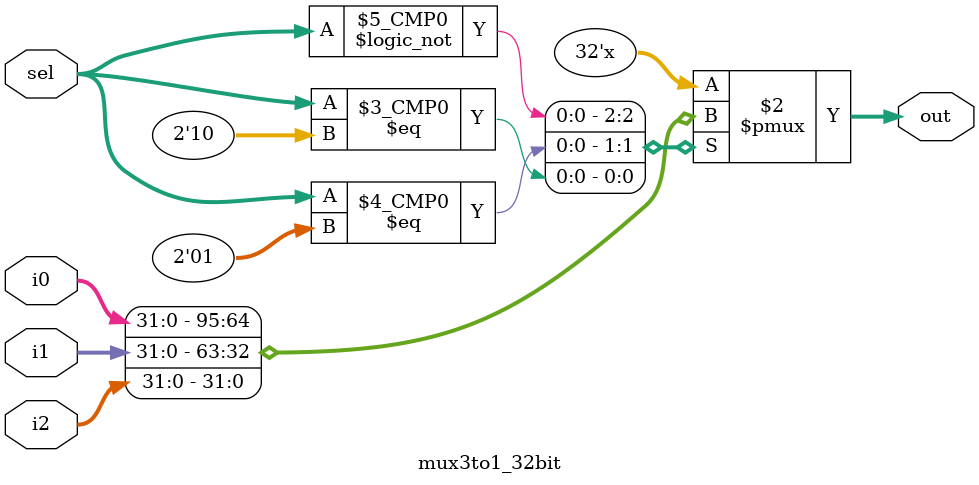
<source format=v>


`timescale 1ns / 1ns

module mux3to1_32bit(i0, i1, i2, sel, out);
  
  input [31:0] i0, i1, i2;  // input 1 and 2
  input [1:0] sel;          // select bits
  output reg [31:0] out;    // output
  
  // loop for mux operation
  always @ (sel or i0 or i1 or i2) begin
    case(sel)
      // if sel is 0...
      2'b00: begin
        // select input 0
        out <= i0;
      end
      
      // if sel is 1...
      2'b01: begin
        // select input 1
        out <= i1;
      end
      
      // if sel is 2...
      2'b10: begin
        // select input 2
        out <= i2;
      end
    endcase
  end

endmodule
</source>
